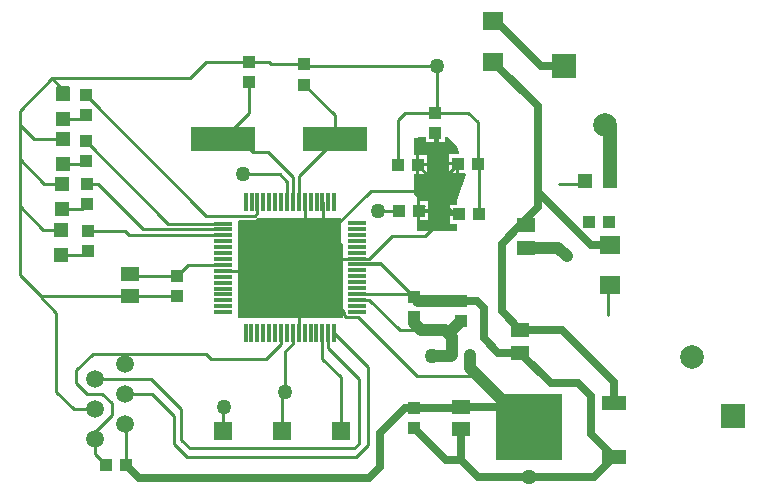
<source format=gtl>
%FSLAX25Y25*%
%MOIN*%
G70*
G01*
G75*
G04 Layer_Physical_Order=1*
G04 Layer_Color=255*
%ADD10R,0.21654X0.07874*%
%ADD11R,0.22047X0.22047*%
%ADD12R,0.07874X0.04724*%
%ADD13R,0.05906X0.01181*%
%ADD14R,0.01181X0.05906*%
%ADD15R,0.03937X0.04331*%
%ADD16R,0.04331X0.03937*%
%ADD17R,0.04724X0.04724*%
%ADD18R,0.02756X0.02756*%
%ADD19R,0.04724X0.04724*%
%ADD20R,0.06614X0.05984*%
%ADD21R,0.05906X0.05118*%
%ADD22C,0.02756*%
%ADD23C,0.04724*%
%ADD24C,0.01000*%
%ADD25C,0.01181*%
%ADD26C,0.03937*%
%ADD27R,0.07874X0.07874*%
%ADD28C,0.07874*%
%ADD29R,0.05906X0.05906*%
%ADD30C,0.05906*%
%ADD31C,0.05000*%
G36*
X133858Y82677D02*
X134646Y81890D01*
Y69291D01*
Y57254D01*
X134576Y57087D01*
X99606D01*
X99606Y89672D01*
X99960Y90026D01*
X105118D01*
X105620Y90126D01*
X106046Y90410D01*
X106187Y90551D01*
X133858Y90551D01*
X133858Y82677D01*
D02*
G37*
G36*
X165854Y115929D02*
X168520D01*
Y117717D01*
X169291D01*
X172441Y114567D01*
X173219Y112232D01*
X172927Y111827D01*
X169866D01*
Y109161D01*
X172835D01*
Y108661D01*
X173335D01*
Y105496D01*
X175310D01*
X175561Y105036D01*
X172441Y96457D01*
Y94898D01*
X170260D01*
Y92232D01*
X173228D01*
Y91232D01*
X170260D01*
Y88567D01*
X172441D01*
Y86384D01*
X172047Y86221D01*
X159055D01*
Y89748D01*
X159343D01*
Y92913D01*
Y96079D01*
X159055D01*
Y97638D01*
X158268Y98425D01*
Y105102D01*
X158949D01*
Y108268D01*
Y111433D01*
X158268D01*
Y117323D01*
X160630Y117717D01*
X162189D01*
Y115929D01*
X164854D01*
Y118898D01*
X165854D01*
Y115929D01*
D02*
G37*
%LPC*%
G36*
X162811Y96079D02*
X160343D01*
Y93413D01*
X162811D01*
Y96079D01*
D02*
G37*
G36*
Y92413D02*
X160343D01*
Y89748D01*
X162811D01*
Y92413D01*
D02*
G37*
G36*
X162417Y111433D02*
X159949D01*
Y108768D01*
X162417D01*
Y111433D01*
D02*
G37*
G36*
X172335Y108161D02*
X169866D01*
Y105496D01*
X172335D01*
Y108161D01*
D02*
G37*
G36*
X162417Y107768D02*
X159949D01*
Y105102D01*
X162417D01*
Y107768D01*
D02*
G37*
%LPD*%
D10*
X94488Y116929D02*
D03*
X131890D02*
D03*
D11*
X196457Y20866D02*
D03*
D12*
X224803Y11024D02*
D03*
Y28740D02*
D03*
D13*
X139106Y88866D02*
D03*
Y86898D02*
D03*
Y84929D02*
D03*
Y82961D02*
D03*
Y80992D02*
D03*
Y79024D02*
D03*
Y77055D02*
D03*
Y75087D02*
D03*
Y73118D02*
D03*
Y71150D02*
D03*
Y69181D02*
D03*
Y67213D02*
D03*
Y65244D02*
D03*
Y63276D02*
D03*
Y61307D02*
D03*
Y59339D02*
D03*
X94606Y88701D02*
D03*
Y86732D02*
D03*
Y84764D02*
D03*
Y82795D02*
D03*
Y80827D02*
D03*
Y78858D02*
D03*
Y76890D02*
D03*
Y74921D02*
D03*
Y72953D02*
D03*
Y70984D02*
D03*
Y69016D02*
D03*
Y67047D02*
D03*
Y65079D02*
D03*
Y63110D02*
D03*
Y61142D02*
D03*
Y59173D02*
D03*
D14*
X131606Y52173D02*
D03*
X129638D02*
D03*
X127669D02*
D03*
X125701D02*
D03*
X123732D02*
D03*
X121764D02*
D03*
X119795D02*
D03*
X117827D02*
D03*
X115858D02*
D03*
X113890D02*
D03*
X111921D02*
D03*
X109953D02*
D03*
X107984D02*
D03*
X106016D02*
D03*
X104047D02*
D03*
X102079D02*
D03*
X131634Y95866D02*
D03*
X129665D02*
D03*
X127697D02*
D03*
X125728D02*
D03*
X123760D02*
D03*
X121791D02*
D03*
X119823D02*
D03*
X117854D02*
D03*
X115886D02*
D03*
X113917D02*
D03*
X111949D02*
D03*
X109980D02*
D03*
X108012D02*
D03*
X106043D02*
D03*
X104075D02*
D03*
X102106D02*
D03*
D15*
X223228Y89370D02*
D03*
X216535D02*
D03*
X62205Y8268D02*
D03*
X55512D02*
D03*
X152756Y108268D02*
D03*
X159449D02*
D03*
X153150Y92913D02*
D03*
X159843D02*
D03*
X179528Y108661D02*
D03*
X172835D02*
D03*
X179921Y91732D02*
D03*
X173228D02*
D03*
D16*
X48819Y131496D02*
D03*
Y124803D02*
D03*
Y116142D02*
D03*
Y109449D02*
D03*
X49213Y101969D02*
D03*
Y95276D02*
D03*
X49606Y86221D02*
D03*
Y79528D02*
D03*
X174016Y62992D02*
D03*
Y56299D02*
D03*
X158268Y20472D02*
D03*
Y27165D02*
D03*
X79134Y64567D02*
D03*
Y71260D02*
D03*
X103150Y135827D02*
D03*
Y142520D02*
D03*
X121653Y135039D02*
D03*
Y141732D02*
D03*
X158268Y64173D02*
D03*
Y57480D02*
D03*
X165354Y125591D02*
D03*
Y118898D02*
D03*
D17*
X40551Y86613D02*
D03*
Y78346D02*
D03*
X40944Y101968D02*
D03*
Y93700D02*
D03*
X41338Y116928D02*
D03*
Y108661D02*
D03*
Y131889D02*
D03*
Y123621D02*
D03*
D18*
X170866Y44882D02*
D03*
X176772D02*
D03*
D19*
X223622Y102756D02*
D03*
X215354D02*
D03*
D20*
X223622Y68110D02*
D03*
Y81693D02*
D03*
X184646Y156299D02*
D03*
Y142717D02*
D03*
D21*
X174016Y27559D02*
D03*
Y20079D02*
D03*
X193701Y53150D02*
D03*
Y45669D02*
D03*
X195669Y88189D02*
D03*
Y80709D02*
D03*
X63386Y72047D02*
D03*
Y64567D02*
D03*
D22*
X199606Y99213D02*
Y127756D01*
X184646Y142717D02*
X199606Y127756D01*
X200394Y141339D02*
X208268D01*
X185433Y156299D02*
X200394Y141339D01*
X193701Y45669D02*
X203937Y35433D01*
X212992D01*
X217323Y31102D01*
Y18504D02*
Y31102D01*
Y18504D02*
X224803Y11024D01*
X218110Y4331D02*
X224803Y11024D01*
X196457Y4331D02*
X218110D01*
X158268Y20472D02*
X168898Y9843D01*
X174016D01*
Y20079D01*
Y9843D02*
X179528Y4331D01*
X196457D01*
X187402Y59449D02*
X193701Y53150D01*
X187402Y59449D02*
Y81890D01*
X195669Y90158D02*
X199606Y94095D01*
X174016Y27559D02*
X189764D01*
X155118Y27165D02*
X158268D01*
X146850Y18898D02*
X155118Y27165D01*
X146850Y7480D02*
Y18898D01*
X143307Y3937D02*
X146850Y7480D01*
X66535Y3937D02*
X143307D01*
X158268Y27165D02*
X174262D01*
X62205Y8268D02*
X66535Y3937D01*
X193701Y53150D02*
X207480D01*
X224803Y35827D01*
Y28740D02*
Y35827D01*
X217126Y81693D02*
X223622D01*
X199606Y99213D02*
X217126Y81693D01*
X199606Y94095D02*
Y99213D01*
X187402Y81890D02*
X193701Y88189D01*
X181496Y50394D02*
X186221Y45669D01*
X181496Y50394D02*
Y60630D01*
X179134Y62992D02*
X181496Y60630D01*
X174016Y62992D02*
X179134D01*
X186221Y45669D02*
X191339D01*
D23*
X222047Y121653D02*
X223622Y120079D01*
Y102756D02*
Y120079D01*
D24*
X121653Y135039D02*
X131890Y124803D01*
Y116929D02*
Y124803D01*
X94488Y116929D02*
X103150Y125591D01*
Y135827D01*
X117764Y95957D02*
X117854Y95866D01*
X94488Y116929D02*
X100187D01*
X119823Y95866D02*
X119913Y95957D01*
X117854Y95866D02*
X117945Y95957D01*
X63386Y64567D02*
X79134D01*
X26772Y71653D02*
X33858Y64567D01*
X26772Y121653D02*
X26772D01*
X115886Y95866D02*
X115976Y95957D01*
X117736Y52083D02*
X117827Y52173D01*
X117736Y48687D02*
Y52083D01*
X115354Y46305D02*
X117736Y48687D01*
X115354Y32677D02*
Y46305D01*
X114173Y31496D02*
X115354Y32677D01*
X114173Y19685D02*
Y31496D01*
X157287Y65153D02*
X158268D01*
X139197D02*
X157287D01*
X158268Y64173D01*
X139106Y65244D02*
X139197Y65153D01*
X158268Y64173D02*
Y65153D01*
X165748Y125984D02*
Y141339D01*
X153150Y92913D02*
X153150Y92913D01*
X146063Y92913D02*
X153150D01*
X191339Y45669D02*
X193701D01*
X163779Y99606D02*
X166535Y102362D01*
X143728Y99606D02*
X163779D01*
X165354Y102362D02*
X166535D01*
Y96850D02*
Y102362D01*
X128347Y84224D02*
X143728Y99606D01*
X159476Y94461D02*
X161390D01*
X165748Y118504D02*
X166535Y117717D01*
X128347Y81890D02*
Y84224D01*
Y76772D02*
Y81890D01*
X133181Y77055D01*
X139106D01*
X143347Y76965D02*
X151000Y84618D01*
X161784D01*
X153382Y53150D02*
X160630D01*
X158268Y55512D02*
Y57480D01*
X127165Y66929D02*
X128347Y65748D01*
X121142Y72953D02*
X127165Y66929D01*
X119795Y52173D02*
Y59559D01*
X127165Y66929D01*
X94606Y72953D02*
X121142D01*
X127697Y95866D02*
X127787Y95776D01*
Y84784D02*
Y95776D01*
Y84784D02*
X128347Y84224D01*
Y65748D02*
Y76772D01*
X121791Y83327D02*
Y95866D01*
Y83327D02*
X128347Y76772D01*
X139106Y77055D02*
X139197Y76965D01*
X143347D01*
X161784Y84618D02*
X166535Y89370D01*
X159843Y92913D02*
X162598D01*
X166535Y96850D01*
Y89370D02*
Y96850D01*
X171653Y91732D02*
X173228D01*
X166535Y96850D02*
X171653Y91732D01*
X159449Y108268D02*
X165354Y102362D01*
X166535D02*
X172835Y108661D01*
X128347Y65748D02*
X134866Y59228D01*
X61968Y21929D02*
X62205Y21693D01*
Y8268D02*
Y21693D01*
X134866Y58215D02*
Y59228D01*
Y58215D02*
X135620Y57461D01*
X139390D01*
X159055Y37795D02*
X179527D01*
X139106Y63276D02*
X139197Y63185D01*
X143347D01*
X153382Y53150D01*
X195669Y88189D02*
Y90158D01*
Y87795D02*
Y88189D01*
X209055Y141732D02*
X210236Y140551D01*
X206693Y101969D02*
X214567D01*
X104581Y112535D02*
X109512D01*
X100187Y116929D02*
X104581Y112535D01*
X117764Y95957D02*
Y104283D01*
X109512Y112535D02*
X117764Y104283D01*
X101181Y105118D02*
X113386D01*
X115886Y102618D01*
Y95866D02*
Y102618D01*
X51968Y11811D02*
Y16929D01*
Y11811D02*
X55512Y8268D01*
X61968Y31929D02*
X70866D01*
X139390Y57461D02*
X159055Y37795D01*
X142913Y17323D02*
Y40866D01*
X131606Y52173D02*
X142913Y40866D01*
X51968Y36929D02*
X70551D01*
X70866Y31929D02*
X78347Y24449D01*
Y15354D02*
Y24449D01*
Y15354D02*
X82677Y11024D01*
X138976D01*
X142913Y14961D01*
Y17323D01*
X70551Y36929D02*
X80709Y26772D01*
Y16535D02*
Y26772D01*
Y16535D02*
X83465Y13780D01*
X138189D01*
X139764Y15354D01*
Y37008D01*
X129638Y47134D02*
X139764Y37008D01*
X129638Y47134D02*
Y52173D01*
X51968Y16929D02*
Y19291D01*
X57480Y24803D01*
Y28740D01*
X54331Y31890D02*
X57480Y28740D01*
X49213Y31890D02*
X54331D01*
X45669Y35433D02*
X49213Y31890D01*
X45669Y35433D02*
Y39764D01*
X51287Y45382D01*
X63399D01*
X63505Y45276D01*
X88976D01*
X90551Y43701D01*
X108813D01*
X113799Y48687D01*
Y52083D01*
X113890Y52173D01*
X82795Y74921D02*
X94606D01*
X79134Y71260D02*
X82795Y74921D01*
X64173Y71260D02*
X79134D01*
X63386Y72047D02*
X64173Y71260D01*
X26772Y121653D02*
Y126378D01*
X37508Y137114D01*
X46563D02*
X51575D01*
X37508D02*
X46563D01*
X83571D01*
X41338Y131889D02*
Y133284D01*
X37508Y137114D02*
X40371Y134251D01*
X41338Y133284D01*
X39369Y134251D02*
X40371D01*
X42864D01*
X31497Y116928D02*
X41338D01*
X26772Y121653D02*
X31497Y116928D01*
X35040Y101968D02*
X40944D01*
X26772Y110236D02*
X35040Y101968D01*
X26772Y110236D02*
Y121653D01*
X40550Y86614D02*
X40551Y86613D01*
X34646Y86614D02*
X40550D01*
X26772Y94488D02*
X34646Y86614D01*
X26772Y71653D02*
Y94488D01*
Y110236D01*
X49606Y86221D02*
X61811D01*
X63268Y84764D01*
X94606D01*
X49213Y101969D02*
X52756D01*
X67992Y86732D01*
X94606D01*
X48819Y116142D02*
X76260Y88701D01*
X94606D01*
X48819Y131496D02*
X88976Y91339D01*
X105118D01*
X106043Y92264D01*
Y95866D01*
X40551Y78346D02*
X48424D01*
X49606Y79528D01*
X40944Y93700D02*
X47637D01*
X49213Y95276D01*
X41338Y108661D02*
X48031D01*
X48819Y109449D01*
X41338Y123621D02*
X47637D01*
X48819Y124803D01*
X133858Y19685D02*
Y37402D01*
X127669Y43591D02*
X133858Y37402D01*
X127669Y43591D02*
Y52173D01*
X94488Y19685D02*
Y27165D01*
X94882Y27559D01*
X170472Y44488D02*
X170866Y44882D01*
X179921Y91732D02*
Y108268D01*
X179528Y108661D02*
X179921Y108268D01*
X174016Y55905D02*
Y56299D01*
X168504Y53150D02*
X170866D01*
X119823Y95866D02*
Y104469D01*
X131890Y116535D01*
Y116929D01*
X165354Y125591D02*
X165748Y125984D01*
X110630Y141732D02*
X121653D01*
X109843Y142520D02*
X110630Y141732D01*
X103150Y142520D02*
X109843D01*
X88976D02*
X103150D01*
X83571Y137114D02*
X88976Y142520D01*
X122047Y141339D02*
X165748D01*
X121653Y141732D02*
X122047Y141339D01*
X155118Y125591D02*
X165354D01*
X152756Y123228D02*
X155118Y125591D01*
X152756Y108268D02*
Y123228D01*
X152756Y108268D02*
X152756Y108268D01*
X179134Y109055D02*
X179528Y108661D01*
Y122441D01*
X176378Y125591D02*
X179528Y122441D01*
X165354Y125591D02*
X176378D01*
X165354Y118898D02*
X165748Y118504D01*
Y103150D02*
Y118504D01*
Y103150D02*
X166535Y102362D01*
X44724Y26929D02*
X51968D01*
X33858Y64567D02*
X63386D01*
X222835Y58268D02*
Y67323D01*
X223622Y68110D01*
X38976Y32677D02*
X44724Y26929D01*
X38976Y32677D02*
Y59055D01*
X33858Y64173D02*
X38976Y59055D01*
X33858Y64173D02*
Y64567D01*
X189764Y27559D02*
X196457Y20866D01*
X193701Y88189D02*
X195669D01*
D25*
X147354Y75087D02*
X157287Y65153D01*
X139106Y75087D02*
X147354D01*
D26*
X159449Y62992D02*
X174016D01*
X158268Y55512D02*
X160630Y53150D01*
X176772Y40551D02*
X179527Y37795D01*
X176772Y40551D02*
Y44882D01*
X164173Y44488D02*
X170472D01*
X170866Y44882D02*
Y50787D01*
X168504Y53150D02*
X170866Y50787D01*
X160630Y53150D02*
X168504D01*
X170866D02*
X174016Y56299D01*
X179527Y37795D02*
X189764Y27559D01*
X206299Y80709D02*
X209055Y77953D01*
X195669Y80709D02*
X206299D01*
D27*
X264567Y24409D02*
D03*
X208268Y141339D02*
D03*
D28*
X250787Y44094D02*
D03*
X222047Y121653D02*
D03*
D29*
X133858Y19685D02*
D03*
X114173D02*
D03*
X94488D02*
D03*
D30*
X61968Y41929D02*
D03*
X51968Y36929D02*
D03*
X61968Y31929D02*
D03*
Y21929D02*
D03*
X51968Y26929D02*
D03*
Y16929D02*
D03*
D31*
X115354Y32677D02*
D03*
X165748Y141339D02*
D03*
X146063Y92913D02*
D03*
X196457Y4331D02*
D03*
X101181Y105118D02*
D03*
X164173Y44488D02*
D03*
X94882Y27559D02*
D03*
M02*

</source>
